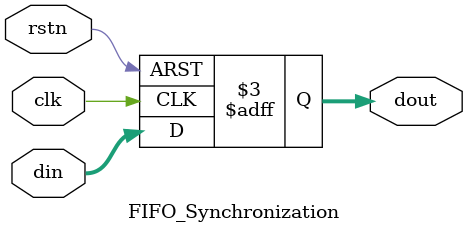
<source format=v>


module FIFO_Synchronization
    #(parameter FIFO_addr_size = 4,parameter FIFO_data_size = 16)
    (
    input [FIFO_addr_size:0] din,
    output reg [FIFO_addr_size:0] dout,
    input rstn,
    input clk
    );
    
    always@(posedge clk or negedge rstn)
    begin
        if(!rstn)
            dout <= 0;
        else
            dout<=din;
    end
endmodule

</source>
